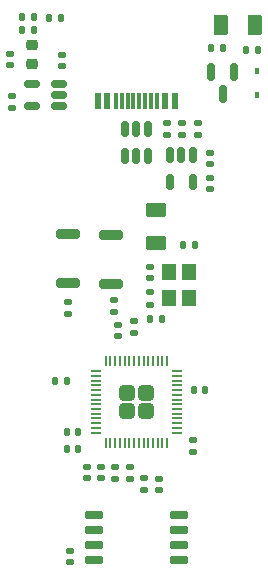
<source format=gbr>
%TF.GenerationSoftware,KiCad,Pcbnew,(6.0.9)*%
%TF.CreationDate,2023-01-04T16:56:23-05:00*%
%TF.ProjectId,RP2040_DevBoard_LiPo,52503230-3430-45f4-9465-76426f617264,rev?*%
%TF.SameCoordinates,Original*%
%TF.FileFunction,Paste,Top*%
%TF.FilePolarity,Positive*%
%FSLAX46Y46*%
G04 Gerber Fmt 4.6, Leading zero omitted, Abs format (unit mm)*
G04 Created by KiCad (PCBNEW (6.0.9)) date 2023-01-04 16:56:23*
%MOMM*%
%LPD*%
G01*
G04 APERTURE LIST*
G04 Aperture macros list*
%AMRoundRect*
0 Rectangle with rounded corners*
0 $1 Rounding radius*
0 $2 $3 $4 $5 $6 $7 $8 $9 X,Y pos of 4 corners*
0 Add a 4 corners polygon primitive as box body*
4,1,4,$2,$3,$4,$5,$6,$7,$8,$9,$2,$3,0*
0 Add four circle primitives for the rounded corners*
1,1,$1+$1,$2,$3*
1,1,$1+$1,$4,$5*
1,1,$1+$1,$6,$7*
1,1,$1+$1,$8,$9*
0 Add four rect primitives between the rounded corners*
20,1,$1+$1,$2,$3,$4,$5,0*
20,1,$1+$1,$4,$5,$6,$7,0*
20,1,$1+$1,$6,$7,$8,$9,0*
20,1,$1+$1,$8,$9,$2,$3,0*%
G04 Aperture macros list end*
%ADD10RoundRect,0.250000X0.375000X0.625000X-0.375000X0.625000X-0.375000X-0.625000X0.375000X-0.625000X0*%
%ADD11RoundRect,0.150000X0.512500X0.150000X-0.512500X0.150000X-0.512500X-0.150000X0.512500X-0.150000X0*%
%ADD12RoundRect,0.135000X0.185000X-0.135000X0.185000X0.135000X-0.185000X0.135000X-0.185000X-0.135000X0*%
%ADD13RoundRect,0.250000X-0.625000X0.375000X-0.625000X-0.375000X0.625000X-0.375000X0.625000X0.375000X0*%
%ADD14R,0.600000X1.450000*%
%ADD15R,0.300000X1.450000*%
%ADD16RoundRect,0.140000X0.170000X-0.140000X0.170000X0.140000X-0.170000X0.140000X-0.170000X-0.140000X0*%
%ADD17RoundRect,0.135000X-0.135000X-0.185000X0.135000X-0.185000X0.135000X0.185000X-0.135000X0.185000X0*%
%ADD18RoundRect,0.150000X-0.150000X0.587500X-0.150000X-0.587500X0.150000X-0.587500X0.150000X0.587500X0*%
%ADD19RoundRect,0.140000X-0.170000X0.140000X-0.170000X-0.140000X0.170000X-0.140000X0.170000X0.140000X0*%
%ADD20RoundRect,0.140000X-0.140000X-0.170000X0.140000X-0.170000X0.140000X0.170000X-0.140000X0.170000X0*%
%ADD21RoundRect,0.135000X-0.185000X0.135000X-0.185000X-0.135000X0.185000X-0.135000X0.185000X0.135000X0*%
%ADD22RoundRect,0.150000X-0.150000X0.512500X-0.150000X-0.512500X0.150000X-0.512500X0.150000X0.512500X0*%
%ADD23RoundRect,0.140000X0.140000X0.170000X-0.140000X0.170000X-0.140000X-0.170000X0.140000X-0.170000X0*%
%ADD24RoundRect,0.135000X0.135000X0.185000X-0.135000X0.185000X-0.135000X-0.185000X0.135000X-0.185000X0*%
%ADD25RoundRect,0.200000X-0.800000X0.200000X-0.800000X-0.200000X0.800000X-0.200000X0.800000X0.200000X0*%
%ADD26RoundRect,0.147500X0.147500X0.172500X-0.147500X0.172500X-0.147500X-0.172500X0.147500X-0.172500X0*%
%ADD27RoundRect,0.150000X0.650000X0.150000X-0.650000X0.150000X-0.650000X-0.150000X0.650000X-0.150000X0*%
%ADD28R,1.200000X1.400000*%
%ADD29RoundRect,0.249999X0.395001X0.395001X-0.395001X0.395001X-0.395001X-0.395001X0.395001X-0.395001X0*%
%ADD30RoundRect,0.050000X0.387500X0.050000X-0.387500X0.050000X-0.387500X-0.050000X0.387500X-0.050000X0*%
%ADD31RoundRect,0.050000X0.050000X0.387500X-0.050000X0.387500X-0.050000X-0.387500X0.050000X-0.387500X0*%
%ADD32RoundRect,0.218750X-0.256250X0.218750X-0.256250X-0.218750X0.256250X-0.218750X0.256250X0.218750X0*%
%ADD33R,0.450000X0.600000*%
G04 APERTURE END LIST*
D10*
%TO.C,D3*%
X181500000Y-21600000D03*
X178700000Y-21600000D03*
%TD*%
D11*
%TO.C,U3*%
X164937500Y-28450000D03*
X164937500Y-27500000D03*
X164937500Y-26550000D03*
X162662500Y-26550000D03*
X162662500Y-28450000D03*
%TD*%
D12*
%TO.C,R10*%
X169670000Y-60020000D03*
X169670000Y-59000000D03*
%TD*%
D13*
%TO.C,D1*%
X173150000Y-37280000D03*
X173150000Y-40080000D03*
%TD*%
D14*
%TO.C,J1*%
X174750000Y-28045000D03*
X173950000Y-28045000D03*
D15*
X172750000Y-28045000D03*
X171750000Y-28045000D03*
X171250000Y-28045000D03*
X170250000Y-28045000D03*
D14*
X169050000Y-28045000D03*
X168250000Y-28045000D03*
X168250000Y-28045000D03*
X169050000Y-28045000D03*
D15*
X169750000Y-28045000D03*
X170750000Y-28045000D03*
X172250000Y-28045000D03*
X173250000Y-28045000D03*
D14*
X173950000Y-28045000D03*
X174750000Y-28045000D03*
%TD*%
D16*
%TO.C,C6*%
X165200000Y-25080000D03*
X165200000Y-24120000D03*
%TD*%
D17*
%TO.C,R1*%
X161790000Y-22000000D03*
X162810000Y-22000000D03*
%TD*%
D16*
%TO.C,C8*%
X172630000Y-43030000D03*
X172630000Y-42070000D03*
%TD*%
%TO.C,C18*%
X167290000Y-59980000D03*
X167290000Y-59020000D03*
%TD*%
D12*
%TO.C,R5*%
X174100000Y-30910000D03*
X174100000Y-29890000D03*
%TD*%
D16*
%TO.C,C5*%
X177700000Y-35480000D03*
X177700000Y-34520000D03*
%TD*%
%TO.C,C4*%
X177700000Y-33380000D03*
X177700000Y-32420000D03*
%TD*%
D18*
%TO.C,Q1*%
X179750000Y-25562500D03*
X177850000Y-25562500D03*
X178800000Y-27437500D03*
%TD*%
D16*
%TO.C,C19*%
X172160000Y-60920000D03*
X172160000Y-59960000D03*
%TD*%
D17*
%TO.C,R3*%
X175420000Y-40180000D03*
X176440000Y-40180000D03*
%TD*%
D16*
%TO.C,C13*%
X171270000Y-47620000D03*
X171270000Y-46660000D03*
%TD*%
%TO.C,C11*%
X173390000Y-60950000D03*
X173390000Y-59990000D03*
%TD*%
D19*
%TO.C,C1*%
X160800000Y-24020000D03*
X160800000Y-24980000D03*
%TD*%
D12*
%TO.C,R6*%
X161000000Y-28610000D03*
X161000000Y-27590000D03*
%TD*%
D20*
%TO.C,C15*%
X164640000Y-51690000D03*
X165600000Y-51690000D03*
%TD*%
D17*
%TO.C,R7*%
X177790000Y-23500000D03*
X178810000Y-23500000D03*
%TD*%
D16*
%TO.C,C12*%
X168490000Y-59980000D03*
X168490000Y-59020000D03*
%TD*%
D21*
%TO.C,R8*%
X172650000Y-44230000D03*
X172650000Y-45250000D03*
%TD*%
D19*
%TO.C,C9*%
X165910000Y-66080000D03*
X165910000Y-67040000D03*
%TD*%
D22*
%TO.C,U2*%
X176250000Y-32562500D03*
X175300000Y-32562500D03*
X174350000Y-32562500D03*
X174350000Y-34837500D03*
X176250000Y-34837500D03*
%TD*%
D23*
%TO.C,C16*%
X177340000Y-52470000D03*
X176380000Y-52470000D03*
%TD*%
D22*
%TO.C,U1*%
X172450000Y-30362500D03*
X171500000Y-30362500D03*
X170550000Y-30362500D03*
X170550000Y-32637500D03*
X171500000Y-32637500D03*
X172450000Y-32637500D03*
%TD*%
D16*
%TO.C,C14*%
X176280000Y-57700000D03*
X176280000Y-56740000D03*
%TD*%
D24*
%TO.C,R4*%
X181810000Y-23700000D03*
X180790000Y-23700000D03*
%TD*%
D25*
%TO.C,SW1*%
X169350000Y-39330000D03*
X169350000Y-43530000D03*
%TD*%
D17*
%TO.C,R2*%
X161790000Y-20900000D03*
X162810000Y-20900000D03*
%TD*%
D21*
%TO.C,R12*%
X165710000Y-45020000D03*
X165710000Y-46040000D03*
%TD*%
D25*
%TO.C,SW2*%
X165680000Y-39270000D03*
X165680000Y-43470000D03*
%TD*%
D16*
%TO.C,C3*%
X176700000Y-30880000D03*
X176700000Y-29920000D03*
%TD*%
D20*
%TO.C,C17*%
X165590000Y-57450000D03*
X166550000Y-57450000D03*
%TD*%
D26*
%TO.C,L1*%
X165085000Y-21000000D03*
X164115000Y-21000000D03*
%TD*%
D27*
%TO.C,U5*%
X175080000Y-66915000D03*
X175080000Y-65645000D03*
X175080000Y-64375000D03*
X175080000Y-63105000D03*
X167880000Y-63105000D03*
X167880000Y-64375000D03*
X167880000Y-65645000D03*
X167880000Y-66915000D03*
%TD*%
D28*
%TO.C,Y1*%
X175980000Y-44730000D03*
X175980000Y-42530000D03*
X174280000Y-42530000D03*
X174280000Y-44730000D03*
%TD*%
D23*
%TO.C,C7*%
X173630000Y-46440000D03*
X172670000Y-46440000D03*
%TD*%
D16*
%TO.C,C2*%
X175400000Y-30880000D03*
X175400000Y-29920000D03*
%TD*%
%TO.C,C10*%
X169900000Y-47920000D03*
X169900000Y-46960000D03*
%TD*%
D20*
%TO.C,C20*%
X165580000Y-56080000D03*
X166540000Y-56080000D03*
%TD*%
D29*
%TO.C,U4*%
X170700000Y-52700000D03*
X170700000Y-54300000D03*
X172300000Y-52700000D03*
X172300000Y-54300000D03*
D30*
X174937500Y-56100000D03*
X174937500Y-55700000D03*
X174937500Y-55300000D03*
X174937500Y-54900000D03*
X174937500Y-54500000D03*
X174937500Y-54100000D03*
X174937500Y-53700000D03*
X174937500Y-53300000D03*
X174937500Y-52900000D03*
X174937500Y-52500000D03*
X174937500Y-52100000D03*
X174937500Y-51700000D03*
X174937500Y-51300000D03*
X174937500Y-50900000D03*
D31*
X174100000Y-50062500D03*
X173700000Y-50062500D03*
X173300000Y-50062500D03*
X172900000Y-50062500D03*
X172500000Y-50062500D03*
X172100000Y-50062500D03*
X171700000Y-50062500D03*
X171300000Y-50062500D03*
X170900000Y-50062500D03*
X170500000Y-50062500D03*
X170100000Y-50062500D03*
X169700000Y-50062500D03*
X169300000Y-50062500D03*
X168900000Y-50062500D03*
D30*
X168062500Y-50900000D03*
X168062500Y-51300000D03*
X168062500Y-51700000D03*
X168062500Y-52100000D03*
X168062500Y-52500000D03*
X168062500Y-52900000D03*
X168062500Y-53300000D03*
X168062500Y-53700000D03*
X168062500Y-54100000D03*
X168062500Y-54500000D03*
X168062500Y-54900000D03*
X168062500Y-55300000D03*
X168062500Y-55700000D03*
X168062500Y-56100000D03*
D31*
X168900000Y-56937500D03*
X169300000Y-56937500D03*
X169700000Y-56937500D03*
X170100000Y-56937500D03*
X170500000Y-56937500D03*
X170900000Y-56937500D03*
X171300000Y-56937500D03*
X171700000Y-56937500D03*
X172100000Y-56937500D03*
X172500000Y-56937500D03*
X172900000Y-56937500D03*
X173300000Y-56937500D03*
X173700000Y-56937500D03*
X174100000Y-56937500D03*
%TD*%
D12*
%TO.C,R9*%
X170950000Y-60020000D03*
X170950000Y-59000000D03*
%TD*%
D32*
%TO.C,F1*%
X162700000Y-23312500D03*
X162700000Y-24887500D03*
%TD*%
D21*
%TO.C,R11*%
X169560000Y-44860000D03*
X169560000Y-45880000D03*
%TD*%
D33*
%TO.C,D2*%
X181700000Y-27550000D03*
X181700000Y-25450000D03*
%TD*%
M02*

</source>
